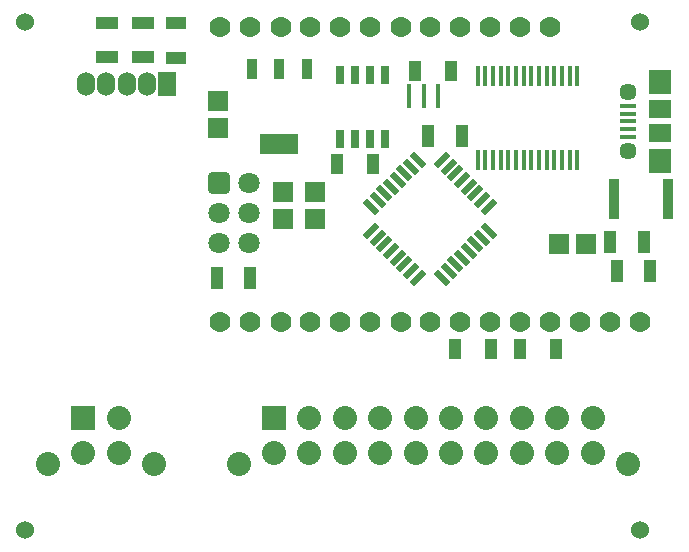
<source format=gts>
G04*
G04 #@! TF.GenerationSoftware,Altium Limited,Altium Designer,19.0.10 (269)*
G04*
G04 Layer_Color=8388736*
%FSLAX25Y25*%
%MOIN*%
G70*
G01*
G75*
%ADD17R,0.04134X0.07087*%
%ADD18R,0.07362X0.04055*%
%ADD19R,0.07087X0.04134*%
%ADD20R,0.04055X0.07362*%
%ADD21R,0.06890X0.06693*%
%ADD22R,0.07480X0.08268*%
%ADD23R,0.07480X0.05906*%
%ADD24R,0.05315X0.01575*%
G04:AMPARAMS|DCode=25|XSize=59.06mil|YSize=19.68mil|CornerRadius=0mil|HoleSize=0mil|Usage=FLASHONLY|Rotation=45.000|XOffset=0mil|YOffset=0mil|HoleType=Round|Shape=Rectangle|*
%AMROTATEDRECTD25*
4,1,4,-0.01392,-0.02784,-0.02784,-0.01392,0.01392,0.02784,0.02784,0.01392,-0.01392,-0.02784,0.0*
%
%ADD25ROTATEDRECTD25*%

G04:AMPARAMS|DCode=26|XSize=59.06mil|YSize=19.68mil|CornerRadius=0mil|HoleSize=0mil|Usage=FLASHONLY|Rotation=135.000|XOffset=0mil|YOffset=0mil|HoleType=Round|Shape=Rectangle|*
%AMROTATEDRECTD26*
4,1,4,0.02784,-0.01392,0.01392,-0.02784,-0.02784,0.01392,-0.01392,0.02784,0.02784,-0.01392,0.0*
%
%ADD26ROTATEDRECTD26*%

%ADD27R,0.03740X0.06890*%
%ADD28R,0.12598X0.06890*%
%ADD29R,0.01575X0.07087*%
%ADD30R,0.02559X0.06004*%
%ADD31R,0.01575X0.07874*%
%ADD32R,0.06693X0.06890*%
%ADD33R,0.03347X0.13504*%
%ADD34C,0.06000*%
%ADD35C,0.08000*%
%ADD36R,0.08000X0.08000*%
%ADD37R,0.06000X0.08000*%
%ADD38O,0.06000X0.08000*%
%ADD39C,0.05709*%
%ADD40C,0.07087*%
G04:AMPARAMS|DCode=41|XSize=70.87mil|YSize=70.87mil|CornerRadius=8.86mil|HoleSize=0mil|Usage=FLASHONLY|Rotation=270.000|XOffset=0mil|YOffset=0mil|HoleType=Round|Shape=RoundedRectangle|*
%AMROUNDEDRECTD41*
21,1,0.07087,0.05315,0,0,270.0*
21,1,0.05315,0.07087,0,0,270.0*
1,1,0.01772,-0.02657,-0.02657*
1,1,0.01772,-0.02657,0.02657*
1,1,0.01772,0.02657,0.02657*
1,1,0.01772,0.02657,-0.02657*
%
%ADD41ROUNDEDRECTD41*%
%ADD42C,0.06984*%
D17*
X351969Y231496D02*
D03*
X363779D02*
D03*
X342043Y231540D02*
D03*
X330232D02*
D03*
X302799Y293053D02*
D03*
X290988D02*
D03*
X328783Y324155D02*
D03*
X316972D02*
D03*
D18*
X214137Y340131D02*
D03*
Y328949D02*
D03*
X226137Y340081D02*
D03*
Y328900D02*
D03*
D19*
X237137Y328540D02*
D03*
Y340351D02*
D03*
D20*
X381972Y267069D02*
D03*
X393153D02*
D03*
X250812Y255257D02*
D03*
X261993D02*
D03*
X321224Y302479D02*
D03*
X332405D02*
D03*
X395328Y257540D02*
D03*
X384147D02*
D03*
D21*
X251284Y305060D02*
D03*
Y314116D02*
D03*
X283507Y283899D02*
D03*
Y274844D02*
D03*
X272769Y274745D02*
D03*
Y283801D02*
D03*
D22*
X398437Y294288D02*
D03*
Y320666D02*
D03*
D23*
Y303540D02*
D03*
Y311414D02*
D03*
D24*
X387808Y307477D02*
D03*
Y310036D02*
D03*
Y304918D02*
D03*
Y312595D02*
D03*
Y302359D02*
D03*
D25*
X302149Y270906D02*
D03*
X304376Y268679D02*
D03*
X306603Y266452D02*
D03*
X308830Y264224D02*
D03*
X311057Y261997D02*
D03*
X313284Y259770D02*
D03*
X315511Y257543D02*
D03*
X317739Y255316D02*
D03*
X341402Y278979D02*
D03*
X339175Y281206D02*
D03*
X336947Y283433D02*
D03*
X334720Y285660D02*
D03*
X332493Y287887D02*
D03*
X330266Y290114D02*
D03*
X328039Y292342D02*
D03*
X325812Y294569D02*
D03*
D26*
Y255316D02*
D03*
X328039Y257543D02*
D03*
X330266Y259770D02*
D03*
X332493Y261997D02*
D03*
X334720Y264224D02*
D03*
X336947Y266452D02*
D03*
X339175Y268679D02*
D03*
X341402Y270906D02*
D03*
X317739Y294569D02*
D03*
X315511Y292342D02*
D03*
X313284Y290114D02*
D03*
X311057Y287887D02*
D03*
X308830Y285660D02*
D03*
X306603Y283433D02*
D03*
X304376Y281206D02*
D03*
X302149Y278979D02*
D03*
D27*
X280752Y324745D02*
D03*
X271696D02*
D03*
X262641D02*
D03*
D28*
X271696Y299942D02*
D03*
D29*
X371007Y322580D02*
D03*
X368448D02*
D03*
X365889D02*
D03*
X363330D02*
D03*
X360771D02*
D03*
X358212D02*
D03*
X355653D02*
D03*
X353094D02*
D03*
X350535D02*
D03*
X347976D02*
D03*
X345417D02*
D03*
X342858D02*
D03*
X340299D02*
D03*
X337740D02*
D03*
Y294627D02*
D03*
X340299D02*
D03*
X342858D02*
D03*
X345417D02*
D03*
X347976D02*
D03*
X350535D02*
D03*
X353094D02*
D03*
X355653D02*
D03*
X358212D02*
D03*
X360771D02*
D03*
X363330D02*
D03*
X365889D02*
D03*
X368448D02*
D03*
X371007D02*
D03*
D30*
X306756Y323021D02*
D03*
X301756D02*
D03*
X296756D02*
D03*
X291756D02*
D03*
Y301667D02*
D03*
X296756D02*
D03*
X301756D02*
D03*
X306756D02*
D03*
D31*
X324452Y315887D02*
D03*
X319728D02*
D03*
X315004D02*
D03*
D32*
X364807Y266379D02*
D03*
X373862D02*
D03*
D33*
X401193Y281397D02*
D03*
X383082D02*
D03*
D34*
X187008Y171260D02*
D03*
X391732D02*
D03*
Y340551D02*
D03*
X187008D02*
D03*
D35*
X258049Y193161D02*
D03*
X281648Y208661D02*
D03*
X293448D02*
D03*
X305248D02*
D03*
X317049D02*
D03*
X328849D02*
D03*
X340649D02*
D03*
X352449D02*
D03*
X269848Y196861D02*
D03*
X281648D02*
D03*
X293448D02*
D03*
X305248D02*
D03*
X317049D02*
D03*
X328849D02*
D03*
X340649D02*
D03*
X352449D02*
D03*
X364248D02*
D03*
X376048Y208661D02*
D03*
X364248D02*
D03*
X376048Y196861D02*
D03*
X387749Y193161D02*
D03*
X194510D02*
D03*
X218110Y208661D02*
D03*
X206310Y196861D02*
D03*
X218110D02*
D03*
X229910Y193161D02*
D03*
D36*
X269848Y208661D02*
D03*
X206310D02*
D03*
D37*
X234337Y319739D02*
D03*
D38*
X227537D02*
D03*
X220737D02*
D03*
X213937D02*
D03*
X207137D02*
D03*
D39*
X387808Y317320D02*
D03*
Y297635D02*
D03*
D40*
X398437Y293698D02*
D03*
Y321257D02*
D03*
X261695Y286911D02*
D03*
X251695Y276911D02*
D03*
Y266911D02*
D03*
X261695D02*
D03*
Y276911D02*
D03*
D41*
X251695Y286911D02*
D03*
D42*
X352011Y240493D02*
D03*
X252011D02*
D03*
X261930D02*
D03*
X282011D02*
D03*
X272093D02*
D03*
X312092Y240481D02*
D03*
X322010D02*
D03*
X301929D02*
D03*
X292011D02*
D03*
X371929D02*
D03*
X381848D02*
D03*
X392010D02*
D03*
X361929Y240493D02*
D03*
X341848D02*
D03*
X331930D02*
D03*
Y338919D02*
D03*
X341848D02*
D03*
X361929D02*
D03*
X352011D02*
D03*
X292011Y338906D02*
D03*
X301929D02*
D03*
X322010D02*
D03*
X312092D02*
D03*
X272093Y338919D02*
D03*
X282011D02*
D03*
X261930D02*
D03*
X252011D02*
D03*
M02*

</source>
